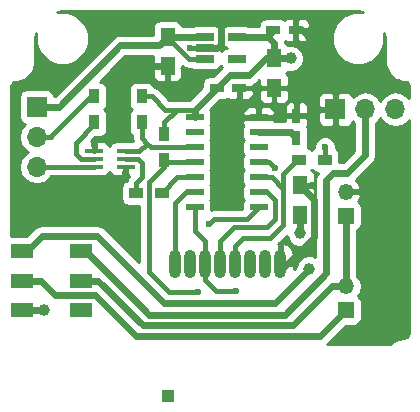
<source format=gtl>
G04 #@! TF.FileFunction,Copper,L1,Top,Signal*
%FSLAX46Y46*%
G04 Gerber Fmt 4.6, Leading zero omitted, Abs format (unit mm)*
G04 Created by KiCad (PCBNEW 4.0.4-stable) date Friday, October 13, 2017 'PMt' 10:51:30 PM*
%MOMM*%
%LPD*%
G01*
G04 APERTURE LIST*
%ADD10C,0.100000*%
%ADD11R,0.900000X1.200000*%
%ADD12R,1.200000X0.750000*%
%ADD13R,1.250000X1.500000*%
%ADD14R,1.350000X1.350000*%
%ADD15O,1.350000X1.350000*%
%ADD16R,1.700000X1.700000*%
%ADD17O,1.700000X1.700000*%
%ADD18R,1.200000X0.900000*%
%ADD19R,1.900000X1.200000*%
%ADD20R,1.500000X0.600000*%
%ADD21R,1.560000X0.650000*%
%ADD22R,0.750000X1.200000*%
%ADD23R,1.500000X0.400000*%
%ADD24O,1.000000X2.400000*%
%ADD25R,1.000000X1.000000*%
%ADD26C,0.600000*%
%ADD27C,1.000000*%
%ADD28C,0.400000*%
%ADD29C,0.600000*%
%ADD30C,0.250000*%
G04 APERTURE END LIST*
D10*
D11*
X83600000Y-71100000D03*
X83600000Y-73300000D03*
D12*
X88050000Y-67200000D03*
X89950000Y-67200000D03*
D13*
X95100000Y-77950000D03*
X95100000Y-75450000D03*
D14*
X99000000Y-86000000D03*
D15*
X99000000Y-84000000D03*
D14*
X99000000Y-78000000D03*
D15*
X99000000Y-76000000D03*
D16*
X98100000Y-69000000D03*
D17*
X100640000Y-69000000D03*
X103180000Y-69000000D03*
D11*
X77700000Y-70100000D03*
X77700000Y-67900000D03*
D18*
X81200000Y-76100000D03*
X83400000Y-76100000D03*
D11*
X81700000Y-67900000D03*
X81700000Y-70100000D03*
D19*
X71600000Y-81000000D03*
X71600000Y-86000000D03*
X76600000Y-83500000D03*
X71600000Y-83500000D03*
X76600000Y-81000000D03*
X76600000Y-86000000D03*
D20*
X86200000Y-69690000D03*
X86200000Y-70960000D03*
X86200000Y-72230000D03*
X86200000Y-73500000D03*
X86200000Y-74770000D03*
X86200000Y-76040000D03*
X86200000Y-77310000D03*
X91600000Y-77310000D03*
X91600000Y-76040000D03*
X91600000Y-74770000D03*
X91600000Y-73500000D03*
X91600000Y-72230000D03*
X91600000Y-70960000D03*
X91600000Y-69690000D03*
D21*
X87050000Y-62850000D03*
X87050000Y-63800000D03*
X87050000Y-64750000D03*
X89750000Y-64750000D03*
X89750000Y-62850000D03*
D22*
X94800000Y-71450000D03*
X94800000Y-69550000D03*
D13*
X83900000Y-62850000D03*
X83900000Y-65350000D03*
D12*
X92850000Y-62300000D03*
X94750000Y-62300000D03*
D13*
X92900000Y-64700000D03*
X92900000Y-67200000D03*
D16*
X72800000Y-68800000D03*
D17*
X72800000Y-71340000D03*
X72800000Y-73880000D03*
D23*
X80330000Y-73850000D03*
X80330000Y-73200000D03*
X80330000Y-72550000D03*
X77670000Y-72550000D03*
X77670000Y-73200000D03*
X77670000Y-73850000D03*
D24*
X88365000Y-82100000D03*
X89635000Y-82100000D03*
X87095000Y-82100000D03*
X90905000Y-82100000D03*
X92175000Y-82100000D03*
X85825000Y-82100000D03*
X93445000Y-82100000D03*
X84555000Y-82100000D03*
D25*
X83900000Y-93300000D03*
D18*
X97200000Y-73300000D03*
X95000000Y-73300000D03*
D26*
X97200000Y-72200000D03*
D27*
X94300000Y-64700000D03*
X95100000Y-79500000D03*
X97000000Y-66000000D03*
X96000000Y-63000000D03*
X80000000Y-62000000D03*
X82000000Y-62000000D03*
X80000000Y-65500000D03*
X82000000Y-65500000D03*
X73000000Y-78000000D03*
X79000000Y-78000000D03*
X77000000Y-78000000D03*
X77000000Y-76000000D03*
X79000000Y-76000000D03*
X103000000Y-85000000D03*
X103000000Y-82000000D03*
X103000000Y-79000000D03*
X103000000Y-76000000D03*
X102000000Y-71500000D03*
D26*
X85800000Y-63800000D03*
D27*
X88400000Y-61600000D03*
D26*
X96200000Y-75400000D03*
X80300000Y-74500000D03*
X77700000Y-71900000D03*
D27*
X73400000Y-86000000D03*
D26*
X87400000Y-78700000D03*
X89700000Y-84400000D03*
D27*
X95900000Y-82500000D03*
D26*
X93000000Y-74000000D03*
X86500000Y-84500000D03*
D28*
X97200000Y-73300000D02*
X97200000Y-72200000D01*
X81700000Y-67900000D02*
X82550000Y-67900000D01*
X82550000Y-67900000D02*
X83700000Y-69050000D01*
X83700000Y-69050000D02*
X84650000Y-69050000D01*
X83600000Y-71100000D02*
X83600000Y-70100000D01*
X83600000Y-70100000D02*
X84650000Y-69050000D01*
X84650000Y-69050000D02*
X86200000Y-69050000D01*
X81700000Y-67900000D02*
X81700000Y-68050000D01*
D29*
X86200000Y-69690000D02*
X86200000Y-69050000D01*
X86200000Y-69050000D02*
X88050000Y-67200000D01*
X92900000Y-64700000D02*
X92200000Y-64700000D01*
X89150000Y-66100000D02*
X88050000Y-67200000D01*
X92200000Y-64700000D02*
X90800000Y-66100000D01*
X90800000Y-66100000D02*
X89150000Y-66100000D01*
X94300000Y-64700000D02*
X92900000Y-64700000D01*
X95100000Y-77950000D02*
X95100000Y-79500000D01*
X92900000Y-64700000D02*
X92900000Y-63350000D01*
X92900000Y-63350000D02*
X92400000Y-62850000D01*
X92400000Y-62850000D02*
X92300000Y-62850000D01*
X89750000Y-62850000D02*
X92300000Y-62850000D01*
X92300000Y-62850000D02*
X92850000Y-62300000D01*
X94750000Y-62300000D02*
X95300000Y-62300000D01*
X95300000Y-62300000D02*
X96000000Y-63000000D01*
X82000000Y-62000000D02*
X80000000Y-62000000D01*
X83900000Y-65350000D02*
X82150000Y-65350000D01*
X82150000Y-65350000D02*
X82000000Y-65500000D01*
X77000000Y-78000000D02*
X73000000Y-78000000D01*
X77000000Y-76000000D02*
X77000000Y-78000000D01*
X80300000Y-74500000D02*
X80300000Y-74700000D01*
X80300000Y-74700000D02*
X79000000Y-76000000D01*
X103000000Y-79000000D02*
X103000000Y-82000000D01*
X102000000Y-71500000D02*
X102000000Y-75000000D01*
X102000000Y-75000000D02*
X103000000Y-76000000D01*
D28*
X87050000Y-63800000D02*
X85800000Y-63800000D01*
D29*
X87050000Y-63800000D02*
X88105002Y-63800000D01*
X88105002Y-63800000D02*
X88400000Y-63505002D01*
X88400000Y-63505002D02*
X88400000Y-61600000D01*
X95100000Y-75450000D02*
X96299990Y-76649990D01*
X96299990Y-76649990D02*
X96299990Y-79845010D01*
X96299990Y-79845010D02*
X93445000Y-82700000D01*
D28*
X95100000Y-75450000D02*
X96150000Y-75450000D01*
X96150000Y-75450000D02*
X96200000Y-75400000D01*
X80330000Y-73850000D02*
X80330000Y-74470000D01*
X80330000Y-74470000D02*
X80300000Y-74500000D01*
X77670000Y-72550000D02*
X77670000Y-71930000D01*
X77670000Y-71930000D02*
X77700000Y-71900000D01*
D29*
X83900000Y-62850000D02*
X83150000Y-63600000D01*
X83150000Y-63600000D02*
X79900000Y-63600000D01*
X79900000Y-63600000D02*
X74700000Y-68800000D01*
X74700000Y-68800000D02*
X72800000Y-68800000D01*
D28*
X87050000Y-64750000D02*
X85675000Y-64750000D01*
X85675000Y-64750000D02*
X83900000Y-62975000D01*
X83900000Y-62975000D02*
X83900000Y-62850000D01*
D29*
X87050000Y-62850000D02*
X85500000Y-62850000D01*
X85500000Y-62850000D02*
X83900000Y-62850000D01*
X71600000Y-86000000D02*
X73400000Y-86000000D01*
D28*
X77700000Y-67900000D02*
X77400000Y-67900000D01*
X77400000Y-67900000D02*
X74002081Y-71297919D01*
X74002081Y-71297919D02*
X74002081Y-71340000D01*
X74002081Y-71340000D02*
X72800000Y-71340000D01*
X77670000Y-73850000D02*
X72830000Y-73850000D01*
X72830000Y-73850000D02*
X72800000Y-73880000D01*
X91600000Y-77310000D02*
X91590000Y-77310000D01*
X91590000Y-77310000D02*
X90600000Y-78300000D01*
X90600000Y-78300000D02*
X87800000Y-78300000D01*
X87800000Y-78300000D02*
X87400000Y-78700000D01*
X89700000Y-84400000D02*
X88000000Y-84400000D01*
X88000000Y-84400000D02*
X87095000Y-83495000D01*
X87095000Y-83495000D02*
X87095000Y-82700000D01*
X86200000Y-77310000D02*
X86200000Y-79300000D01*
X86200000Y-79300000D02*
X87095000Y-80195000D01*
X87095000Y-80195000D02*
X87095000Y-82700000D01*
X89500000Y-79000000D02*
X88900000Y-79600000D01*
X88900000Y-79600000D02*
X88365000Y-80135000D01*
X91600000Y-76040000D02*
X92340000Y-76040000D01*
X92340000Y-76040000D02*
X93000000Y-76700000D01*
X93000000Y-76700000D02*
X93000000Y-78300000D01*
X93000000Y-78300000D02*
X92300000Y-79000000D01*
X92300000Y-79000000D02*
X89500000Y-79000000D01*
X88365000Y-80135000D02*
X88365000Y-82700000D01*
D29*
X99000000Y-86000000D02*
X96800000Y-88200000D01*
X96800000Y-88200000D02*
X81250002Y-88200000D01*
X77750002Y-84700000D02*
X74350000Y-84700000D01*
X81250002Y-88200000D02*
X77750002Y-84700000D01*
X73150000Y-83500000D02*
X71600000Y-83500000D01*
X74350000Y-84700000D02*
X73150000Y-83500000D01*
X76600000Y-83500000D02*
X78000000Y-83500000D01*
X78000000Y-83500000D02*
X81800000Y-87300000D01*
X81800000Y-87300000D02*
X94500000Y-87300000D01*
X94500000Y-87300000D02*
X97800000Y-84000000D01*
X97800000Y-84000000D02*
X99000000Y-84000000D01*
X99000000Y-78000000D02*
X99000000Y-84000000D01*
X76600000Y-81000000D02*
X76950000Y-81000000D01*
X76950000Y-81000000D02*
X82350000Y-86400000D01*
X82350000Y-86400000D02*
X93800000Y-86400000D01*
X93800000Y-86400000D02*
X97300000Y-82900000D01*
X97300000Y-82900000D02*
X97300000Y-75000000D01*
X97300000Y-75000000D02*
X97900000Y-74400000D01*
X97900000Y-74400000D02*
X99100000Y-74400000D01*
X99100000Y-74400000D02*
X100600000Y-72900000D01*
X100600000Y-72900000D02*
X100600000Y-69040000D01*
X100600000Y-69040000D02*
X100640000Y-69000000D01*
X71600000Y-81000000D02*
X71950000Y-81000000D01*
X71950000Y-81000000D02*
X73250000Y-79700000D01*
X73250000Y-79700000D02*
X77900000Y-79700000D01*
X77900000Y-79700000D02*
X83600000Y-85400000D01*
X83600000Y-85400000D02*
X93000000Y-85400000D01*
X93000000Y-85400000D02*
X95900000Y-82500000D01*
D28*
X76100000Y-72780000D02*
X76100000Y-71850000D01*
X76100000Y-71850000D02*
X77700000Y-70250000D01*
X77700000Y-70250000D02*
X77700000Y-70100000D01*
X77670000Y-73200000D02*
X76520000Y-73200000D01*
X76520000Y-73200000D02*
X76100000Y-72780000D01*
X86200000Y-72230000D02*
X82459998Y-72230000D01*
X82459998Y-72230000D02*
X82129998Y-71900000D01*
X82129998Y-71900000D02*
X81700000Y-71470002D01*
X80330000Y-72550000D02*
X81480000Y-72550000D01*
X81480000Y-72550000D02*
X82129998Y-71900002D01*
X82129998Y-71900002D02*
X82129998Y-71900000D01*
X81700000Y-71470002D02*
X81700000Y-71100000D01*
X81700000Y-71100000D02*
X81700000Y-70100000D01*
X80330000Y-73200000D02*
X81350002Y-73200000D01*
X81350002Y-73200000D02*
X81700000Y-73549998D01*
X81700000Y-73549998D02*
X81700000Y-74750000D01*
X81700000Y-74750000D02*
X81200000Y-75250000D01*
X81200000Y-75250000D02*
X81200000Y-76100000D01*
X83400000Y-76100000D02*
X84730000Y-74770000D01*
X84730000Y-74770000D02*
X86200000Y-74770000D01*
X91600000Y-73500000D02*
X92500000Y-73500000D01*
X92500000Y-73500000D02*
X93000000Y-74000000D01*
X95000000Y-73300000D02*
X94850000Y-73300000D01*
X94850000Y-73300000D02*
X93700009Y-74449991D01*
X93700009Y-74449991D02*
X93700009Y-75720009D01*
X91600000Y-74770000D02*
X92750000Y-74770000D01*
X92750000Y-74770000D02*
X93700009Y-75720009D01*
X92600000Y-79900000D02*
X90300000Y-79900000D01*
X93700009Y-75720009D02*
X93700009Y-78799991D01*
X93700009Y-78799991D02*
X92600000Y-79900000D01*
X90300000Y-79900000D02*
X89635000Y-80565000D01*
X89635000Y-80565000D02*
X89635000Y-82700000D01*
X86200000Y-76040000D02*
X85460000Y-76040000D01*
X85460000Y-76040000D02*
X84555000Y-76945000D01*
X84555000Y-76945000D02*
X84555000Y-77835000D01*
X84555000Y-77835000D02*
X84555000Y-82700000D01*
D29*
X91600000Y-70960000D02*
X94310000Y-70960000D01*
X94310000Y-70960000D02*
X94800000Y-71450000D01*
X94790000Y-71460000D02*
X94800000Y-71450000D01*
D28*
X86500000Y-84500000D02*
X84000000Y-84500000D01*
X84000000Y-84500000D02*
X82300000Y-82800000D01*
X82300000Y-82800000D02*
X82300000Y-75200000D01*
X82300000Y-75200000D02*
X83600000Y-73900000D01*
X83600000Y-73900000D02*
X83600000Y-73300000D01*
X86200000Y-73500000D02*
X83800000Y-73500000D01*
X83800000Y-73500000D02*
X83600000Y-73300000D01*
D30*
G36*
X102137017Y-70071880D02*
X102615542Y-70391619D01*
X103180000Y-70503897D01*
X103744458Y-70391619D01*
X104222983Y-70071880D01*
X104325000Y-69919200D01*
X104325000Y-87933520D01*
X104288044Y-88119312D01*
X104220459Y-88220459D01*
X104119311Y-88288044D01*
X103868315Y-88337970D01*
X103485632Y-88414090D01*
X103485631Y-88414090D01*
X103384844Y-88455837D01*
X103242308Y-88514877D01*
X103242307Y-88514878D01*
X102917883Y-88731651D01*
X102774533Y-88875000D01*
X97422756Y-88875000D01*
X97454074Y-88854074D01*
X98995904Y-87312244D01*
X99675000Y-87312244D01*
X99906611Y-87268663D01*
X100119332Y-87131781D01*
X100262038Y-86922924D01*
X100312244Y-86675000D01*
X100312244Y-85325000D01*
X100268663Y-85093389D01*
X100131781Y-84880668D01*
X100021039Y-84805001D01*
X100226512Y-84497488D01*
X100325469Y-84000000D01*
X100226512Y-83502512D01*
X99944708Y-83080761D01*
X99925000Y-83067593D01*
X99925000Y-79256830D01*
X100119332Y-79131781D01*
X100262038Y-78922924D01*
X100312244Y-78675000D01*
X100312244Y-77325000D01*
X100268663Y-77093389D01*
X100131781Y-76880668D01*
X100002071Y-76792041D01*
X100120330Y-76659460D01*
X100258491Y-76325883D01*
X100136899Y-76125000D01*
X99125000Y-76125000D01*
X99125000Y-76145000D01*
X98875000Y-76145000D01*
X98875000Y-76125000D01*
X98855000Y-76125000D01*
X98855000Y-75875000D01*
X98875000Y-75875000D01*
X98875000Y-75855000D01*
X99125000Y-75855000D01*
X99125000Y-75875000D01*
X100136899Y-75875000D01*
X100258491Y-75674117D01*
X100120330Y-75340540D01*
X99812602Y-74995546D01*
X101254074Y-73554074D01*
X101454589Y-73253983D01*
X101525000Y-72900000D01*
X101525000Y-70177440D01*
X101682983Y-70071880D01*
X101910000Y-69732124D01*
X102137017Y-70071880D01*
X102137017Y-70071880D01*
G37*
X102137017Y-70071880D02*
X102615542Y-70391619D01*
X103180000Y-70503897D01*
X103744458Y-70391619D01*
X104222983Y-70071880D01*
X104325000Y-69919200D01*
X104325000Y-87933520D01*
X104288044Y-88119312D01*
X104220459Y-88220459D01*
X104119311Y-88288044D01*
X103868315Y-88337970D01*
X103485632Y-88414090D01*
X103485631Y-88414090D01*
X103384844Y-88455837D01*
X103242308Y-88514877D01*
X103242307Y-88514878D01*
X102917883Y-88731651D01*
X102774533Y-88875000D01*
X97422756Y-88875000D01*
X97454074Y-88854074D01*
X98995904Y-87312244D01*
X99675000Y-87312244D01*
X99906611Y-87268663D01*
X100119332Y-87131781D01*
X100262038Y-86922924D01*
X100312244Y-86675000D01*
X100312244Y-85325000D01*
X100268663Y-85093389D01*
X100131781Y-84880668D01*
X100021039Y-84805001D01*
X100226512Y-84497488D01*
X100325469Y-84000000D01*
X100226512Y-83502512D01*
X99944708Y-83080761D01*
X99925000Y-83067593D01*
X99925000Y-79256830D01*
X100119332Y-79131781D01*
X100262038Y-78922924D01*
X100312244Y-78675000D01*
X100312244Y-77325000D01*
X100268663Y-77093389D01*
X100131781Y-76880668D01*
X100002071Y-76792041D01*
X100120330Y-76659460D01*
X100258491Y-76325883D01*
X100136899Y-76125000D01*
X99125000Y-76125000D01*
X99125000Y-76145000D01*
X98875000Y-76145000D01*
X98875000Y-76125000D01*
X98855000Y-76125000D01*
X98855000Y-75875000D01*
X98875000Y-75875000D01*
X98875000Y-75855000D01*
X99125000Y-75855000D01*
X99125000Y-75875000D01*
X100136899Y-75875000D01*
X100258491Y-75674117D01*
X100120330Y-75340540D01*
X99812602Y-74995546D01*
X101254074Y-73554074D01*
X101454589Y-73253983D01*
X101525000Y-72900000D01*
X101525000Y-70177440D01*
X101682983Y-70071880D01*
X101910000Y-69732124D01*
X102137017Y-70071880D01*
G36*
X96143219Y-74194332D02*
X96352076Y-74337038D01*
X96600000Y-74387244D01*
X96618318Y-74387244D01*
X96445411Y-74646017D01*
X96388071Y-74934286D01*
X96375000Y-75000000D01*
X96375000Y-81479106D01*
X96124758Y-81375196D01*
X95677205Y-81374805D01*
X95263571Y-81545715D01*
X94946828Y-81861907D01*
X94775196Y-82275242D01*
X94775160Y-82316692D01*
X94570000Y-82521852D01*
X94570000Y-82225000D01*
X93570000Y-82225000D01*
X93570000Y-82245000D01*
X93320000Y-82245000D01*
X93320000Y-82225000D01*
X93300000Y-82225000D01*
X93300000Y-81975000D01*
X93320000Y-81975000D01*
X93320000Y-80439348D01*
X93570000Y-80439348D01*
X93570000Y-81975000D01*
X94570000Y-81975000D01*
X94570000Y-81275000D01*
X94436529Y-80853996D01*
X94152107Y-80516116D01*
X93743360Y-80315285D01*
X93570000Y-80439348D01*
X93320000Y-80439348D01*
X93266013Y-80400713D01*
X93974832Y-79691894D01*
X93974805Y-79722795D01*
X94145715Y-80136429D01*
X94461907Y-80453172D01*
X94875242Y-80624804D01*
X95322795Y-80625195D01*
X95736429Y-80454285D01*
X96053172Y-80138093D01*
X96224804Y-79724758D01*
X96225195Y-79277205D01*
X96173136Y-79151213D01*
X96312038Y-78947924D01*
X96362244Y-78700000D01*
X96362244Y-77200000D01*
X96318663Y-76968389D01*
X96181781Y-76755668D01*
X96105402Y-76703481D01*
X96254850Y-76554034D01*
X96350000Y-76324320D01*
X96350000Y-75731250D01*
X96193750Y-75575000D01*
X95225000Y-75575000D01*
X95225000Y-75595000D01*
X94975000Y-75595000D01*
X94975000Y-75575000D01*
X94955000Y-75575000D01*
X94955000Y-75325000D01*
X94975000Y-75325000D01*
X94975000Y-75305000D01*
X95225000Y-75305000D01*
X95225000Y-75325000D01*
X96193750Y-75325000D01*
X96350000Y-75168750D01*
X96350000Y-74575680D01*
X96254850Y-74345966D01*
X96079034Y-74170151D01*
X96071494Y-74167028D01*
X96099384Y-74126210D01*
X96143219Y-74194332D01*
X96143219Y-74194332D01*
G37*
X96143219Y-74194332D02*
X96352076Y-74337038D01*
X96600000Y-74387244D01*
X96618318Y-74387244D01*
X96445411Y-74646017D01*
X96388071Y-74934286D01*
X96375000Y-75000000D01*
X96375000Y-81479106D01*
X96124758Y-81375196D01*
X95677205Y-81374805D01*
X95263571Y-81545715D01*
X94946828Y-81861907D01*
X94775196Y-82275242D01*
X94775160Y-82316692D01*
X94570000Y-82521852D01*
X94570000Y-82225000D01*
X93570000Y-82225000D01*
X93570000Y-82245000D01*
X93320000Y-82245000D01*
X93320000Y-82225000D01*
X93300000Y-82225000D01*
X93300000Y-81975000D01*
X93320000Y-81975000D01*
X93320000Y-80439348D01*
X93570000Y-80439348D01*
X93570000Y-81975000D01*
X94570000Y-81975000D01*
X94570000Y-81275000D01*
X94436529Y-80853996D01*
X94152107Y-80516116D01*
X93743360Y-80315285D01*
X93570000Y-80439348D01*
X93320000Y-80439348D01*
X93266013Y-80400713D01*
X93974832Y-79691894D01*
X93974805Y-79722795D01*
X94145715Y-80136429D01*
X94461907Y-80453172D01*
X94875242Y-80624804D01*
X95322795Y-80625195D01*
X95736429Y-80454285D01*
X96053172Y-80138093D01*
X96224804Y-79724758D01*
X96225195Y-79277205D01*
X96173136Y-79151213D01*
X96312038Y-78947924D01*
X96362244Y-78700000D01*
X96362244Y-77200000D01*
X96318663Y-76968389D01*
X96181781Y-76755668D01*
X96105402Y-76703481D01*
X96254850Y-76554034D01*
X96350000Y-76324320D01*
X96350000Y-75731250D01*
X96193750Y-75575000D01*
X95225000Y-75575000D01*
X95225000Y-75595000D01*
X94975000Y-75595000D01*
X94975000Y-75575000D01*
X94955000Y-75575000D01*
X94955000Y-75325000D01*
X94975000Y-75325000D01*
X94975000Y-75305000D01*
X95225000Y-75305000D01*
X95225000Y-75325000D01*
X96193750Y-75325000D01*
X96350000Y-75168750D01*
X96350000Y-74575680D01*
X96254850Y-74345966D01*
X96079034Y-74170151D01*
X96071494Y-74167028D01*
X96099384Y-74126210D01*
X96143219Y-74194332D01*
G36*
X100438172Y-60775381D02*
X99559362Y-60774615D01*
X98741285Y-61112637D01*
X98114837Y-61737993D01*
X97775387Y-62555479D01*
X97774615Y-63440638D01*
X98112637Y-64258715D01*
X98737993Y-64885163D01*
X99555479Y-65224613D01*
X100440638Y-65225385D01*
X101258715Y-64887363D01*
X101885163Y-64262007D01*
X102224613Y-63444521D01*
X102225380Y-62565655D01*
X102325000Y-63066481D01*
X102325000Y-65000000D01*
X102337970Y-65065205D01*
X102337970Y-65131685D01*
X102414090Y-65514368D01*
X102414090Y-65514369D01*
X102428381Y-65548871D01*
X102514877Y-65757692D01*
X102514878Y-65757693D01*
X102731649Y-66082113D01*
X102731651Y-66082118D01*
X102917883Y-66268349D01*
X103242307Y-66485122D01*
X103242308Y-66485123D01*
X103384844Y-66544163D01*
X103485631Y-66585910D01*
X103485632Y-66585910D01*
X103868315Y-66662030D01*
X104119311Y-66711956D01*
X104220459Y-66779541D01*
X104288044Y-66880688D01*
X104325000Y-67066480D01*
X104325000Y-68080800D01*
X104222983Y-67928120D01*
X103744458Y-67608381D01*
X103180000Y-67496103D01*
X102615542Y-67608381D01*
X102137017Y-67928120D01*
X101910000Y-68267876D01*
X101682983Y-67928120D01*
X101204458Y-67608381D01*
X100640000Y-67496103D01*
X100075542Y-67608381D01*
X99597017Y-67928120D01*
X99558479Y-67985796D01*
X99479850Y-67795966D01*
X99304034Y-67620151D01*
X99074320Y-67525000D01*
X98381250Y-67525000D01*
X98225000Y-67681250D01*
X98225000Y-68875000D01*
X98245000Y-68875000D01*
X98245000Y-69125000D01*
X98225000Y-69125000D01*
X98225000Y-70318750D01*
X98381250Y-70475000D01*
X99074320Y-70475000D01*
X99304034Y-70379849D01*
X99479850Y-70204034D01*
X99558479Y-70014204D01*
X99597017Y-70071880D01*
X99675000Y-70123986D01*
X99675000Y-72516852D01*
X98716852Y-73475000D01*
X98437244Y-73475000D01*
X98437244Y-72850000D01*
X98393663Y-72618389D01*
X98256781Y-72405668D01*
X98124899Y-72315557D01*
X98125160Y-72016813D01*
X97984634Y-71676714D01*
X97724655Y-71416280D01*
X97384801Y-71275161D01*
X97016813Y-71274840D01*
X96676714Y-71415366D01*
X96416280Y-71675345D01*
X96275161Y-72015199D01*
X96274898Y-72316497D01*
X96155668Y-72393219D01*
X96100616Y-72473790D01*
X96056781Y-72405668D01*
X95847924Y-72262962D01*
X95772222Y-72247632D01*
X95812244Y-72050000D01*
X95812244Y-70850000D01*
X95768663Y-70618389D01*
X95698904Y-70509980D01*
X95704850Y-70504034D01*
X95800000Y-70274320D01*
X95800000Y-69831250D01*
X95643750Y-69675000D01*
X94925000Y-69675000D01*
X94925000Y-69695000D01*
X94675000Y-69695000D01*
X94675000Y-69675000D01*
X93956250Y-69675000D01*
X93800000Y-69831250D01*
X93800000Y-70035000D01*
X92975000Y-70035000D01*
X92975000Y-69971250D01*
X92818750Y-69815000D01*
X91725000Y-69815000D01*
X91725000Y-69835000D01*
X91475000Y-69835000D01*
X91475000Y-69815000D01*
X90381250Y-69815000D01*
X90225000Y-69971250D01*
X90225000Y-70114320D01*
X90316113Y-70334286D01*
X90262962Y-70412076D01*
X90212756Y-70660000D01*
X90212756Y-71260000D01*
X90256337Y-71491611D01*
X90322668Y-71594693D01*
X90262962Y-71682076D01*
X90212756Y-71930000D01*
X90212756Y-72530000D01*
X90256337Y-72761611D01*
X90322668Y-72864693D01*
X90262962Y-72952076D01*
X90212756Y-73200000D01*
X90212756Y-73800000D01*
X90256337Y-74031611D01*
X90322668Y-74134693D01*
X90262962Y-74222076D01*
X90212756Y-74470000D01*
X90212756Y-75070000D01*
X90256337Y-75301611D01*
X90322668Y-75404693D01*
X90262962Y-75492076D01*
X90212756Y-75740000D01*
X90212756Y-76340000D01*
X90256337Y-76571611D01*
X90322668Y-76674693D01*
X90262962Y-76762076D01*
X90212756Y-77010000D01*
X90212756Y-77475000D01*
X87800000Y-77475000D01*
X87587244Y-77517320D01*
X87587244Y-77010000D01*
X87543663Y-76778389D01*
X87477332Y-76675307D01*
X87537038Y-76587924D01*
X87587244Y-76340000D01*
X87587244Y-75740000D01*
X87543663Y-75508389D01*
X87477332Y-75405307D01*
X87537038Y-75317924D01*
X87587244Y-75070000D01*
X87587244Y-74470000D01*
X87543663Y-74238389D01*
X87477332Y-74135307D01*
X87537038Y-74047924D01*
X87587244Y-73800000D01*
X87587244Y-73200000D01*
X87543663Y-72968389D01*
X87477332Y-72865307D01*
X87537038Y-72777924D01*
X87587244Y-72530000D01*
X87587244Y-71930000D01*
X87543663Y-71698389D01*
X87477332Y-71595307D01*
X87537038Y-71507924D01*
X87587244Y-71260000D01*
X87587244Y-70660000D01*
X87543663Y-70428389D01*
X87477332Y-70325307D01*
X87537038Y-70237924D01*
X87587244Y-69990000D01*
X87587244Y-69390000D01*
X87563852Y-69265680D01*
X90225000Y-69265680D01*
X90225000Y-69408750D01*
X90381250Y-69565000D01*
X91475000Y-69565000D01*
X91475000Y-68921250D01*
X91725000Y-68921250D01*
X91725000Y-69565000D01*
X92818750Y-69565000D01*
X92975000Y-69408750D01*
X92975000Y-69265680D01*
X92879849Y-69035966D01*
X92704034Y-68860150D01*
X92620816Y-68825680D01*
X93800000Y-68825680D01*
X93800000Y-69268750D01*
X93956250Y-69425000D01*
X94675000Y-69425000D01*
X94675000Y-68481250D01*
X94925000Y-68481250D01*
X94925000Y-69425000D01*
X95643750Y-69425000D01*
X95787500Y-69281250D01*
X96625000Y-69281250D01*
X96625000Y-69974320D01*
X96720150Y-70204034D01*
X96895966Y-70379849D01*
X97125680Y-70475000D01*
X97818750Y-70475000D01*
X97975000Y-70318750D01*
X97975000Y-69125000D01*
X96781250Y-69125000D01*
X96625000Y-69281250D01*
X95787500Y-69281250D01*
X95800000Y-69268750D01*
X95800000Y-68825680D01*
X95704850Y-68595966D01*
X95529034Y-68420151D01*
X95299320Y-68325000D01*
X95081250Y-68325000D01*
X94925000Y-68481250D01*
X94675000Y-68481250D01*
X94518750Y-68325000D01*
X94300680Y-68325000D01*
X94070966Y-68420151D01*
X93895150Y-68595966D01*
X93800000Y-68825680D01*
X92620816Y-68825680D01*
X92474320Y-68765000D01*
X91881250Y-68765000D01*
X91725000Y-68921250D01*
X91475000Y-68921250D01*
X91318750Y-68765000D01*
X90725680Y-68765000D01*
X90495966Y-68860150D01*
X90320151Y-69035966D01*
X90225000Y-69265680D01*
X87563852Y-69265680D01*
X87543663Y-69158389D01*
X87487319Y-69070829D01*
X88345904Y-68212244D01*
X88650000Y-68212244D01*
X88881611Y-68168663D01*
X88990020Y-68098904D01*
X88995966Y-68104850D01*
X89225680Y-68200000D01*
X89668750Y-68200000D01*
X89825000Y-68043750D01*
X89825000Y-67325000D01*
X90075000Y-67325000D01*
X90075000Y-68043750D01*
X90231250Y-68200000D01*
X90674320Y-68200000D01*
X90904034Y-68104850D01*
X91079849Y-67929034D01*
X91175000Y-67699320D01*
X91175000Y-67481250D01*
X91650000Y-67481250D01*
X91650000Y-68074320D01*
X91745150Y-68304034D01*
X91920966Y-68479849D01*
X92150680Y-68575000D01*
X92618750Y-68575000D01*
X92775000Y-68418750D01*
X92775000Y-67325000D01*
X93025000Y-67325000D01*
X93025000Y-68418750D01*
X93181250Y-68575000D01*
X93649320Y-68575000D01*
X93879034Y-68479849D01*
X94054850Y-68304034D01*
X94150000Y-68074320D01*
X94150000Y-68025680D01*
X96625000Y-68025680D01*
X96625000Y-68718750D01*
X96781250Y-68875000D01*
X97975000Y-68875000D01*
X97975000Y-67681250D01*
X97818750Y-67525000D01*
X97125680Y-67525000D01*
X96895966Y-67620151D01*
X96720150Y-67795966D01*
X96625000Y-68025680D01*
X94150000Y-68025680D01*
X94150000Y-67481250D01*
X93993750Y-67325000D01*
X93025000Y-67325000D01*
X92775000Y-67325000D01*
X91806250Y-67325000D01*
X91650000Y-67481250D01*
X91175000Y-67481250D01*
X91018750Y-67325000D01*
X90075000Y-67325000D01*
X89825000Y-67325000D01*
X89805000Y-67325000D01*
X89805000Y-67075000D01*
X89825000Y-67075000D01*
X89825000Y-67055000D01*
X90075000Y-67055000D01*
X90075000Y-67075000D01*
X91018750Y-67075000D01*
X91135481Y-66958269D01*
X91153983Y-66954589D01*
X91454074Y-66754074D01*
X91650000Y-66558148D01*
X91650000Y-66918750D01*
X91806250Y-67075000D01*
X92775000Y-67075000D01*
X92775000Y-67055000D01*
X93025000Y-67055000D01*
X93025000Y-67075000D01*
X93993750Y-67075000D01*
X94150000Y-66918750D01*
X94150000Y-66325680D01*
X94054850Y-66095966D01*
X93906254Y-65947371D01*
X93969332Y-65906781D01*
X94036373Y-65808664D01*
X94075242Y-65824804D01*
X94522795Y-65825195D01*
X94936429Y-65654285D01*
X95253172Y-65338093D01*
X95424804Y-64924758D01*
X95425195Y-64477205D01*
X95254285Y-64063571D01*
X94938093Y-63746828D01*
X94524758Y-63575196D01*
X94077205Y-63574805D01*
X94036968Y-63591431D01*
X93981781Y-63505668D01*
X93825000Y-63398544D01*
X93825000Y-63350000D01*
X93796143Y-63204923D01*
X94025680Y-63300000D01*
X94468750Y-63300000D01*
X94625000Y-63143750D01*
X94625000Y-62425000D01*
X94875000Y-62425000D01*
X94875000Y-63143750D01*
X95031250Y-63300000D01*
X95474320Y-63300000D01*
X95704034Y-63204850D01*
X95879849Y-63029034D01*
X95975000Y-62799320D01*
X95975000Y-62581250D01*
X95818750Y-62425000D01*
X94875000Y-62425000D01*
X94625000Y-62425000D01*
X94605000Y-62425000D01*
X94605000Y-62175000D01*
X94625000Y-62175000D01*
X94625000Y-61456250D01*
X94875000Y-61456250D01*
X94875000Y-62175000D01*
X95818750Y-62175000D01*
X95975000Y-62018750D01*
X95975000Y-61800680D01*
X95879849Y-61570966D01*
X95704034Y-61395150D01*
X95474320Y-61300000D01*
X95031250Y-61300000D01*
X94875000Y-61456250D01*
X94625000Y-61456250D01*
X94468750Y-61300000D01*
X94025680Y-61300000D01*
X93795966Y-61395150D01*
X93790143Y-61400973D01*
X93697924Y-61337962D01*
X93450000Y-61287756D01*
X92250000Y-61287756D01*
X92018389Y-61331337D01*
X91805668Y-61468219D01*
X91662962Y-61677076D01*
X91612756Y-61925000D01*
X90713916Y-61925000D01*
X90530000Y-61887756D01*
X88970000Y-61887756D01*
X88738389Y-61931337D01*
X88525668Y-62068219D01*
X88398517Y-62254311D01*
X88286781Y-62080668D01*
X88077924Y-61937962D01*
X87830000Y-61887756D01*
X86270000Y-61887756D01*
X86072067Y-61925000D01*
X85129315Y-61925000D01*
X85118663Y-61868389D01*
X84981781Y-61655668D01*
X84772924Y-61512962D01*
X84525000Y-61462756D01*
X83275000Y-61462756D01*
X83043389Y-61506337D01*
X82830668Y-61643219D01*
X82687962Y-61852076D01*
X82637756Y-62100000D01*
X82637756Y-62675000D01*
X79900005Y-62675000D01*
X79900000Y-62674999D01*
X79564730Y-62741689D01*
X79546018Y-62745411D01*
X79245926Y-62945926D01*
X79245924Y-62945929D01*
X74316852Y-67875000D01*
X74273132Y-67875000D01*
X74243663Y-67718389D01*
X74106781Y-67505668D01*
X73897924Y-67362962D01*
X73650000Y-67312756D01*
X71950000Y-67312756D01*
X71718389Y-67356337D01*
X71505668Y-67493219D01*
X71362962Y-67702076D01*
X71312756Y-67950000D01*
X71312756Y-69650000D01*
X71356337Y-69881611D01*
X71493219Y-70094332D01*
X71702076Y-70237038D01*
X71790950Y-70255035D01*
X71728120Y-70297017D01*
X71408381Y-70775542D01*
X71296103Y-71340000D01*
X71408381Y-71904458D01*
X71728120Y-72382983D01*
X72067876Y-72610000D01*
X71728120Y-72837017D01*
X71408381Y-73315542D01*
X71296103Y-73880000D01*
X71408381Y-74444458D01*
X71728120Y-74922983D01*
X72206645Y-75242722D01*
X72771103Y-75355000D01*
X72828897Y-75355000D01*
X73393355Y-75242722D01*
X73871880Y-74922983D01*
X74037576Y-74675000D01*
X76859537Y-74675000D01*
X76920000Y-74687244D01*
X78420000Y-74687244D01*
X78651611Y-74643663D01*
X78864332Y-74506781D01*
X79006515Y-74298689D01*
X79050151Y-74404034D01*
X79225966Y-74579850D01*
X79455680Y-74675000D01*
X80048750Y-74675000D01*
X80205000Y-74518750D01*
X80205000Y-74037244D01*
X80455000Y-74037244D01*
X80455000Y-74518750D01*
X80611130Y-74674880D01*
X80437799Y-74934286D01*
X80415277Y-75047514D01*
X80368389Y-75056337D01*
X80155668Y-75193219D01*
X80012962Y-75402076D01*
X79962756Y-75650000D01*
X79962756Y-76550000D01*
X80006337Y-76781611D01*
X80143219Y-76994332D01*
X80352076Y-77137038D01*
X80600000Y-77187244D01*
X81475000Y-77187244D01*
X81475000Y-81966852D01*
X78554074Y-79045926D01*
X78253983Y-78845411D01*
X77900000Y-78775000D01*
X73250005Y-78775000D01*
X73250000Y-78774999D01*
X72896018Y-78845411D01*
X72595926Y-79045926D01*
X71879096Y-79762756D01*
X70675000Y-79762756D01*
X70675000Y-67066480D01*
X70711956Y-66880689D01*
X70779541Y-66779541D01*
X70880688Y-66711956D01*
X71131685Y-66662030D01*
X71514368Y-66585910D01*
X71514369Y-66585910D01*
X71615156Y-66544163D01*
X71757692Y-66485123D01*
X71757693Y-66485122D01*
X72082113Y-66268351D01*
X72082118Y-66268349D01*
X72268349Y-66082117D01*
X72485122Y-65757693D01*
X72485123Y-65757692D01*
X72571619Y-65548871D01*
X72585910Y-65514369D01*
X72585910Y-65514368D01*
X72662030Y-65131685D01*
X72662030Y-65065205D01*
X72675000Y-65000000D01*
X72675000Y-63066481D01*
X72775381Y-62561828D01*
X72774615Y-63440638D01*
X73112637Y-64258715D01*
X73737993Y-64885163D01*
X74555479Y-65224613D01*
X75440638Y-65225385D01*
X76258715Y-64887363D01*
X76885163Y-64262007D01*
X77224613Y-63444521D01*
X77225385Y-62559362D01*
X76887363Y-61741285D01*
X76262007Y-61114837D01*
X75444521Y-60775387D01*
X74565655Y-60774620D01*
X75066481Y-60675000D01*
X99933519Y-60675000D01*
X100438172Y-60775381D01*
X100438172Y-60775381D01*
G37*
X100438172Y-60775381D02*
X99559362Y-60774615D01*
X98741285Y-61112637D01*
X98114837Y-61737993D01*
X97775387Y-62555479D01*
X97774615Y-63440638D01*
X98112637Y-64258715D01*
X98737993Y-64885163D01*
X99555479Y-65224613D01*
X100440638Y-65225385D01*
X101258715Y-64887363D01*
X101885163Y-64262007D01*
X102224613Y-63444521D01*
X102225380Y-62565655D01*
X102325000Y-63066481D01*
X102325000Y-65000000D01*
X102337970Y-65065205D01*
X102337970Y-65131685D01*
X102414090Y-65514368D01*
X102414090Y-65514369D01*
X102428381Y-65548871D01*
X102514877Y-65757692D01*
X102514878Y-65757693D01*
X102731649Y-66082113D01*
X102731651Y-66082118D01*
X102917883Y-66268349D01*
X103242307Y-66485122D01*
X103242308Y-66485123D01*
X103384844Y-66544163D01*
X103485631Y-66585910D01*
X103485632Y-66585910D01*
X103868315Y-66662030D01*
X104119311Y-66711956D01*
X104220459Y-66779541D01*
X104288044Y-66880688D01*
X104325000Y-67066480D01*
X104325000Y-68080800D01*
X104222983Y-67928120D01*
X103744458Y-67608381D01*
X103180000Y-67496103D01*
X102615542Y-67608381D01*
X102137017Y-67928120D01*
X101910000Y-68267876D01*
X101682983Y-67928120D01*
X101204458Y-67608381D01*
X100640000Y-67496103D01*
X100075542Y-67608381D01*
X99597017Y-67928120D01*
X99558479Y-67985796D01*
X99479850Y-67795966D01*
X99304034Y-67620151D01*
X99074320Y-67525000D01*
X98381250Y-67525000D01*
X98225000Y-67681250D01*
X98225000Y-68875000D01*
X98245000Y-68875000D01*
X98245000Y-69125000D01*
X98225000Y-69125000D01*
X98225000Y-70318750D01*
X98381250Y-70475000D01*
X99074320Y-70475000D01*
X99304034Y-70379849D01*
X99479850Y-70204034D01*
X99558479Y-70014204D01*
X99597017Y-70071880D01*
X99675000Y-70123986D01*
X99675000Y-72516852D01*
X98716852Y-73475000D01*
X98437244Y-73475000D01*
X98437244Y-72850000D01*
X98393663Y-72618389D01*
X98256781Y-72405668D01*
X98124899Y-72315557D01*
X98125160Y-72016813D01*
X97984634Y-71676714D01*
X97724655Y-71416280D01*
X97384801Y-71275161D01*
X97016813Y-71274840D01*
X96676714Y-71415366D01*
X96416280Y-71675345D01*
X96275161Y-72015199D01*
X96274898Y-72316497D01*
X96155668Y-72393219D01*
X96100616Y-72473790D01*
X96056781Y-72405668D01*
X95847924Y-72262962D01*
X95772222Y-72247632D01*
X95812244Y-72050000D01*
X95812244Y-70850000D01*
X95768663Y-70618389D01*
X95698904Y-70509980D01*
X95704850Y-70504034D01*
X95800000Y-70274320D01*
X95800000Y-69831250D01*
X95643750Y-69675000D01*
X94925000Y-69675000D01*
X94925000Y-69695000D01*
X94675000Y-69695000D01*
X94675000Y-69675000D01*
X93956250Y-69675000D01*
X93800000Y-69831250D01*
X93800000Y-70035000D01*
X92975000Y-70035000D01*
X92975000Y-69971250D01*
X92818750Y-69815000D01*
X91725000Y-69815000D01*
X91725000Y-69835000D01*
X91475000Y-69835000D01*
X91475000Y-69815000D01*
X90381250Y-69815000D01*
X90225000Y-69971250D01*
X90225000Y-70114320D01*
X90316113Y-70334286D01*
X90262962Y-70412076D01*
X90212756Y-70660000D01*
X90212756Y-71260000D01*
X90256337Y-71491611D01*
X90322668Y-71594693D01*
X90262962Y-71682076D01*
X90212756Y-71930000D01*
X90212756Y-72530000D01*
X90256337Y-72761611D01*
X90322668Y-72864693D01*
X90262962Y-72952076D01*
X90212756Y-73200000D01*
X90212756Y-73800000D01*
X90256337Y-74031611D01*
X90322668Y-74134693D01*
X90262962Y-74222076D01*
X90212756Y-74470000D01*
X90212756Y-75070000D01*
X90256337Y-75301611D01*
X90322668Y-75404693D01*
X90262962Y-75492076D01*
X90212756Y-75740000D01*
X90212756Y-76340000D01*
X90256337Y-76571611D01*
X90322668Y-76674693D01*
X90262962Y-76762076D01*
X90212756Y-77010000D01*
X90212756Y-77475000D01*
X87800000Y-77475000D01*
X87587244Y-77517320D01*
X87587244Y-77010000D01*
X87543663Y-76778389D01*
X87477332Y-76675307D01*
X87537038Y-76587924D01*
X87587244Y-76340000D01*
X87587244Y-75740000D01*
X87543663Y-75508389D01*
X87477332Y-75405307D01*
X87537038Y-75317924D01*
X87587244Y-75070000D01*
X87587244Y-74470000D01*
X87543663Y-74238389D01*
X87477332Y-74135307D01*
X87537038Y-74047924D01*
X87587244Y-73800000D01*
X87587244Y-73200000D01*
X87543663Y-72968389D01*
X87477332Y-72865307D01*
X87537038Y-72777924D01*
X87587244Y-72530000D01*
X87587244Y-71930000D01*
X87543663Y-71698389D01*
X87477332Y-71595307D01*
X87537038Y-71507924D01*
X87587244Y-71260000D01*
X87587244Y-70660000D01*
X87543663Y-70428389D01*
X87477332Y-70325307D01*
X87537038Y-70237924D01*
X87587244Y-69990000D01*
X87587244Y-69390000D01*
X87563852Y-69265680D01*
X90225000Y-69265680D01*
X90225000Y-69408750D01*
X90381250Y-69565000D01*
X91475000Y-69565000D01*
X91475000Y-68921250D01*
X91725000Y-68921250D01*
X91725000Y-69565000D01*
X92818750Y-69565000D01*
X92975000Y-69408750D01*
X92975000Y-69265680D01*
X92879849Y-69035966D01*
X92704034Y-68860150D01*
X92620816Y-68825680D01*
X93800000Y-68825680D01*
X93800000Y-69268750D01*
X93956250Y-69425000D01*
X94675000Y-69425000D01*
X94675000Y-68481250D01*
X94925000Y-68481250D01*
X94925000Y-69425000D01*
X95643750Y-69425000D01*
X95787500Y-69281250D01*
X96625000Y-69281250D01*
X96625000Y-69974320D01*
X96720150Y-70204034D01*
X96895966Y-70379849D01*
X97125680Y-70475000D01*
X97818750Y-70475000D01*
X97975000Y-70318750D01*
X97975000Y-69125000D01*
X96781250Y-69125000D01*
X96625000Y-69281250D01*
X95787500Y-69281250D01*
X95800000Y-69268750D01*
X95800000Y-68825680D01*
X95704850Y-68595966D01*
X95529034Y-68420151D01*
X95299320Y-68325000D01*
X95081250Y-68325000D01*
X94925000Y-68481250D01*
X94675000Y-68481250D01*
X94518750Y-68325000D01*
X94300680Y-68325000D01*
X94070966Y-68420151D01*
X93895150Y-68595966D01*
X93800000Y-68825680D01*
X92620816Y-68825680D01*
X92474320Y-68765000D01*
X91881250Y-68765000D01*
X91725000Y-68921250D01*
X91475000Y-68921250D01*
X91318750Y-68765000D01*
X90725680Y-68765000D01*
X90495966Y-68860150D01*
X90320151Y-69035966D01*
X90225000Y-69265680D01*
X87563852Y-69265680D01*
X87543663Y-69158389D01*
X87487319Y-69070829D01*
X88345904Y-68212244D01*
X88650000Y-68212244D01*
X88881611Y-68168663D01*
X88990020Y-68098904D01*
X88995966Y-68104850D01*
X89225680Y-68200000D01*
X89668750Y-68200000D01*
X89825000Y-68043750D01*
X89825000Y-67325000D01*
X90075000Y-67325000D01*
X90075000Y-68043750D01*
X90231250Y-68200000D01*
X90674320Y-68200000D01*
X90904034Y-68104850D01*
X91079849Y-67929034D01*
X91175000Y-67699320D01*
X91175000Y-67481250D01*
X91650000Y-67481250D01*
X91650000Y-68074320D01*
X91745150Y-68304034D01*
X91920966Y-68479849D01*
X92150680Y-68575000D01*
X92618750Y-68575000D01*
X92775000Y-68418750D01*
X92775000Y-67325000D01*
X93025000Y-67325000D01*
X93025000Y-68418750D01*
X93181250Y-68575000D01*
X93649320Y-68575000D01*
X93879034Y-68479849D01*
X94054850Y-68304034D01*
X94150000Y-68074320D01*
X94150000Y-68025680D01*
X96625000Y-68025680D01*
X96625000Y-68718750D01*
X96781250Y-68875000D01*
X97975000Y-68875000D01*
X97975000Y-67681250D01*
X97818750Y-67525000D01*
X97125680Y-67525000D01*
X96895966Y-67620151D01*
X96720150Y-67795966D01*
X96625000Y-68025680D01*
X94150000Y-68025680D01*
X94150000Y-67481250D01*
X93993750Y-67325000D01*
X93025000Y-67325000D01*
X92775000Y-67325000D01*
X91806250Y-67325000D01*
X91650000Y-67481250D01*
X91175000Y-67481250D01*
X91018750Y-67325000D01*
X90075000Y-67325000D01*
X89825000Y-67325000D01*
X89805000Y-67325000D01*
X89805000Y-67075000D01*
X89825000Y-67075000D01*
X89825000Y-67055000D01*
X90075000Y-67055000D01*
X90075000Y-67075000D01*
X91018750Y-67075000D01*
X91135481Y-66958269D01*
X91153983Y-66954589D01*
X91454074Y-66754074D01*
X91650000Y-66558148D01*
X91650000Y-66918750D01*
X91806250Y-67075000D01*
X92775000Y-67075000D01*
X92775000Y-67055000D01*
X93025000Y-67055000D01*
X93025000Y-67075000D01*
X93993750Y-67075000D01*
X94150000Y-66918750D01*
X94150000Y-66325680D01*
X94054850Y-66095966D01*
X93906254Y-65947371D01*
X93969332Y-65906781D01*
X94036373Y-65808664D01*
X94075242Y-65824804D01*
X94522795Y-65825195D01*
X94936429Y-65654285D01*
X95253172Y-65338093D01*
X95424804Y-64924758D01*
X95425195Y-64477205D01*
X95254285Y-64063571D01*
X94938093Y-63746828D01*
X94524758Y-63575196D01*
X94077205Y-63574805D01*
X94036968Y-63591431D01*
X93981781Y-63505668D01*
X93825000Y-63398544D01*
X93825000Y-63350000D01*
X93796143Y-63204923D01*
X94025680Y-63300000D01*
X94468750Y-63300000D01*
X94625000Y-63143750D01*
X94625000Y-62425000D01*
X94875000Y-62425000D01*
X94875000Y-63143750D01*
X95031250Y-63300000D01*
X95474320Y-63300000D01*
X95704034Y-63204850D01*
X95879849Y-63029034D01*
X95975000Y-62799320D01*
X95975000Y-62581250D01*
X95818750Y-62425000D01*
X94875000Y-62425000D01*
X94625000Y-62425000D01*
X94605000Y-62425000D01*
X94605000Y-62175000D01*
X94625000Y-62175000D01*
X94625000Y-61456250D01*
X94875000Y-61456250D01*
X94875000Y-62175000D01*
X95818750Y-62175000D01*
X95975000Y-62018750D01*
X95975000Y-61800680D01*
X95879849Y-61570966D01*
X95704034Y-61395150D01*
X95474320Y-61300000D01*
X95031250Y-61300000D01*
X94875000Y-61456250D01*
X94625000Y-61456250D01*
X94468750Y-61300000D01*
X94025680Y-61300000D01*
X93795966Y-61395150D01*
X93790143Y-61400973D01*
X93697924Y-61337962D01*
X93450000Y-61287756D01*
X92250000Y-61287756D01*
X92018389Y-61331337D01*
X91805668Y-61468219D01*
X91662962Y-61677076D01*
X91612756Y-61925000D01*
X90713916Y-61925000D01*
X90530000Y-61887756D01*
X88970000Y-61887756D01*
X88738389Y-61931337D01*
X88525668Y-62068219D01*
X88398517Y-62254311D01*
X88286781Y-62080668D01*
X88077924Y-61937962D01*
X87830000Y-61887756D01*
X86270000Y-61887756D01*
X86072067Y-61925000D01*
X85129315Y-61925000D01*
X85118663Y-61868389D01*
X84981781Y-61655668D01*
X84772924Y-61512962D01*
X84525000Y-61462756D01*
X83275000Y-61462756D01*
X83043389Y-61506337D01*
X82830668Y-61643219D01*
X82687962Y-61852076D01*
X82637756Y-62100000D01*
X82637756Y-62675000D01*
X79900005Y-62675000D01*
X79900000Y-62674999D01*
X79564730Y-62741689D01*
X79546018Y-62745411D01*
X79245926Y-62945926D01*
X79245924Y-62945929D01*
X74316852Y-67875000D01*
X74273132Y-67875000D01*
X74243663Y-67718389D01*
X74106781Y-67505668D01*
X73897924Y-67362962D01*
X73650000Y-67312756D01*
X71950000Y-67312756D01*
X71718389Y-67356337D01*
X71505668Y-67493219D01*
X71362962Y-67702076D01*
X71312756Y-67950000D01*
X71312756Y-69650000D01*
X71356337Y-69881611D01*
X71493219Y-70094332D01*
X71702076Y-70237038D01*
X71790950Y-70255035D01*
X71728120Y-70297017D01*
X71408381Y-70775542D01*
X71296103Y-71340000D01*
X71408381Y-71904458D01*
X71728120Y-72382983D01*
X72067876Y-72610000D01*
X71728120Y-72837017D01*
X71408381Y-73315542D01*
X71296103Y-73880000D01*
X71408381Y-74444458D01*
X71728120Y-74922983D01*
X72206645Y-75242722D01*
X72771103Y-75355000D01*
X72828897Y-75355000D01*
X73393355Y-75242722D01*
X73871880Y-74922983D01*
X74037576Y-74675000D01*
X76859537Y-74675000D01*
X76920000Y-74687244D01*
X78420000Y-74687244D01*
X78651611Y-74643663D01*
X78864332Y-74506781D01*
X79006515Y-74298689D01*
X79050151Y-74404034D01*
X79225966Y-74579850D01*
X79455680Y-74675000D01*
X80048750Y-74675000D01*
X80205000Y-74518750D01*
X80205000Y-74037244D01*
X80455000Y-74037244D01*
X80455000Y-74518750D01*
X80611130Y-74674880D01*
X80437799Y-74934286D01*
X80415277Y-75047514D01*
X80368389Y-75056337D01*
X80155668Y-75193219D01*
X80012962Y-75402076D01*
X79962756Y-75650000D01*
X79962756Y-76550000D01*
X80006337Y-76781611D01*
X80143219Y-76994332D01*
X80352076Y-77137038D01*
X80600000Y-77187244D01*
X81475000Y-77187244D01*
X81475000Y-81966852D01*
X78554074Y-79045926D01*
X78253983Y-78845411D01*
X77900000Y-78775000D01*
X73250005Y-78775000D01*
X73250000Y-78774999D01*
X72896018Y-78845411D01*
X72595926Y-79045926D01*
X71879096Y-79762756D01*
X70675000Y-79762756D01*
X70675000Y-67066480D01*
X70711956Y-66880689D01*
X70779541Y-66779541D01*
X70880688Y-66711956D01*
X71131685Y-66662030D01*
X71514368Y-66585910D01*
X71514369Y-66585910D01*
X71615156Y-66544163D01*
X71757692Y-66485123D01*
X71757693Y-66485122D01*
X72082113Y-66268351D01*
X72082118Y-66268349D01*
X72268349Y-66082117D01*
X72485122Y-65757693D01*
X72485123Y-65757692D01*
X72571619Y-65548871D01*
X72585910Y-65514369D01*
X72585910Y-65514368D01*
X72662030Y-65131685D01*
X72662030Y-65065205D01*
X72675000Y-65000000D01*
X72675000Y-63066481D01*
X72775381Y-62561828D01*
X72774615Y-63440638D01*
X73112637Y-64258715D01*
X73737993Y-64885163D01*
X74555479Y-65224613D01*
X75440638Y-65225385D01*
X76258715Y-64887363D01*
X76885163Y-64262007D01*
X77224613Y-63444521D01*
X77225385Y-62559362D01*
X76887363Y-61741285D01*
X76262007Y-61114837D01*
X75444521Y-60775387D01*
X74565655Y-60774620D01*
X75066481Y-60675000D01*
X99933519Y-60675000D01*
X100438172Y-60775381D01*
G36*
X82650000Y-65068750D02*
X82806250Y-65225000D01*
X83775000Y-65225000D01*
X83775000Y-65205000D01*
X84025000Y-65205000D01*
X84025000Y-65225000D01*
X84045000Y-65225000D01*
X84045000Y-65475000D01*
X84025000Y-65475000D01*
X84025000Y-66568750D01*
X84181250Y-66725000D01*
X84649320Y-66725000D01*
X84879034Y-66629849D01*
X85054850Y-66454034D01*
X85150000Y-66224320D01*
X85150000Y-65631250D01*
X84993752Y-65475002D01*
X85150000Y-65475002D01*
X85150000Y-65372360D01*
X85359286Y-65512201D01*
X85675000Y-65575000D01*
X85894692Y-65575000D01*
X86022076Y-65662038D01*
X86270000Y-65712244D01*
X87830000Y-65712244D01*
X88061611Y-65668663D01*
X88274332Y-65531781D01*
X88401483Y-65345689D01*
X88477707Y-65464145D01*
X87754096Y-66187756D01*
X87450000Y-66187756D01*
X87218389Y-66231337D01*
X87005668Y-66368219D01*
X86862962Y-66577076D01*
X86812756Y-66825000D01*
X86812756Y-67129096D01*
X85716852Y-68225000D01*
X84041726Y-68225000D01*
X83133363Y-67316637D01*
X82865714Y-67137799D01*
X82752486Y-67115277D01*
X82743663Y-67068389D01*
X82606781Y-66855668D01*
X82397924Y-66712962D01*
X82150000Y-66662756D01*
X81250000Y-66662756D01*
X81018389Y-66706337D01*
X80805668Y-66843219D01*
X80662962Y-67052076D01*
X80612756Y-67300000D01*
X80612756Y-68500000D01*
X80656337Y-68731611D01*
X80793219Y-68944332D01*
X80873790Y-68999384D01*
X80805668Y-69043219D01*
X80662962Y-69252076D01*
X80612756Y-69500000D01*
X80612756Y-70700000D01*
X80656337Y-70931611D01*
X80793219Y-71144332D01*
X80875000Y-71200211D01*
X80875000Y-71470002D01*
X80923286Y-71712756D01*
X79580000Y-71712756D01*
X79348389Y-71756337D01*
X79135668Y-71893219D01*
X78993485Y-72101311D01*
X78949849Y-71995966D01*
X78774034Y-71820150D01*
X78544320Y-71725000D01*
X77951250Y-71725000D01*
X77795000Y-71881250D01*
X77795000Y-72362756D01*
X77545000Y-72362756D01*
X77545000Y-71881250D01*
X77390238Y-71726488D01*
X77779482Y-71337244D01*
X78150000Y-71337244D01*
X78381611Y-71293663D01*
X78594332Y-71156781D01*
X78737038Y-70947924D01*
X78787244Y-70700000D01*
X78787244Y-69500000D01*
X78743663Y-69268389D01*
X78606781Y-69055668D01*
X78526210Y-69000616D01*
X78594332Y-68956781D01*
X78737038Y-68747924D01*
X78787244Y-68500000D01*
X78787244Y-67300000D01*
X78743663Y-67068389D01*
X78606781Y-66855668D01*
X78397924Y-66712962D01*
X78150000Y-66662756D01*
X78145391Y-66662756D01*
X79176897Y-65631250D01*
X82650000Y-65631250D01*
X82650000Y-66224320D01*
X82745150Y-66454034D01*
X82920966Y-66629849D01*
X83150680Y-66725000D01*
X83618750Y-66725000D01*
X83775000Y-66568750D01*
X83775000Y-65475000D01*
X82806250Y-65475000D01*
X82650000Y-65631250D01*
X79176897Y-65631250D01*
X80283147Y-64525000D01*
X82650000Y-64525000D01*
X82650000Y-65068750D01*
X82650000Y-65068750D01*
G37*
X82650000Y-65068750D02*
X82806250Y-65225000D01*
X83775000Y-65225000D01*
X83775000Y-65205000D01*
X84025000Y-65205000D01*
X84025000Y-65225000D01*
X84045000Y-65225000D01*
X84045000Y-65475000D01*
X84025000Y-65475000D01*
X84025000Y-66568750D01*
X84181250Y-66725000D01*
X84649320Y-66725000D01*
X84879034Y-66629849D01*
X85054850Y-66454034D01*
X85150000Y-66224320D01*
X85150000Y-65631250D01*
X84993752Y-65475002D01*
X85150000Y-65475002D01*
X85150000Y-65372360D01*
X85359286Y-65512201D01*
X85675000Y-65575000D01*
X85894692Y-65575000D01*
X86022076Y-65662038D01*
X86270000Y-65712244D01*
X87830000Y-65712244D01*
X88061611Y-65668663D01*
X88274332Y-65531781D01*
X88401483Y-65345689D01*
X88477707Y-65464145D01*
X87754096Y-66187756D01*
X87450000Y-66187756D01*
X87218389Y-66231337D01*
X87005668Y-66368219D01*
X86862962Y-66577076D01*
X86812756Y-66825000D01*
X86812756Y-67129096D01*
X85716852Y-68225000D01*
X84041726Y-68225000D01*
X83133363Y-67316637D01*
X82865714Y-67137799D01*
X82752486Y-67115277D01*
X82743663Y-67068389D01*
X82606781Y-66855668D01*
X82397924Y-66712962D01*
X82150000Y-66662756D01*
X81250000Y-66662756D01*
X81018389Y-66706337D01*
X80805668Y-66843219D01*
X80662962Y-67052076D01*
X80612756Y-67300000D01*
X80612756Y-68500000D01*
X80656337Y-68731611D01*
X80793219Y-68944332D01*
X80873790Y-68999384D01*
X80805668Y-69043219D01*
X80662962Y-69252076D01*
X80612756Y-69500000D01*
X80612756Y-70700000D01*
X80656337Y-70931611D01*
X80793219Y-71144332D01*
X80875000Y-71200211D01*
X80875000Y-71470002D01*
X80923286Y-71712756D01*
X79580000Y-71712756D01*
X79348389Y-71756337D01*
X79135668Y-71893219D01*
X78993485Y-72101311D01*
X78949849Y-71995966D01*
X78774034Y-71820150D01*
X78544320Y-71725000D01*
X77951250Y-71725000D01*
X77795000Y-71881250D01*
X77795000Y-72362756D01*
X77545000Y-72362756D01*
X77545000Y-71881250D01*
X77390238Y-71726488D01*
X77779482Y-71337244D01*
X78150000Y-71337244D01*
X78381611Y-71293663D01*
X78594332Y-71156781D01*
X78737038Y-70947924D01*
X78787244Y-70700000D01*
X78787244Y-69500000D01*
X78743663Y-69268389D01*
X78606781Y-69055668D01*
X78526210Y-69000616D01*
X78594332Y-68956781D01*
X78737038Y-68747924D01*
X78787244Y-68500000D01*
X78787244Y-67300000D01*
X78743663Y-67068389D01*
X78606781Y-66855668D01*
X78397924Y-66712962D01*
X78150000Y-66662756D01*
X78145391Y-66662756D01*
X79176897Y-65631250D01*
X82650000Y-65631250D01*
X82650000Y-66224320D01*
X82745150Y-66454034D01*
X82920966Y-66629849D01*
X83150680Y-66725000D01*
X83618750Y-66725000D01*
X83775000Y-66568750D01*
X83775000Y-65475000D01*
X82806250Y-65475000D01*
X82650000Y-65631250D01*
X79176897Y-65631250D01*
X80283147Y-64525000D01*
X82650000Y-64525000D01*
X82650000Y-65068750D01*
G36*
X88513219Y-63619332D02*
X88722076Y-63762038D01*
X88907318Y-63799551D01*
X88738389Y-63831337D01*
X88525668Y-63968219D01*
X88451101Y-64077351D01*
X88298750Y-63925000D01*
X88205308Y-63925000D01*
X88077924Y-63837962D01*
X87892682Y-63800449D01*
X88061611Y-63768663D01*
X88207168Y-63675000D01*
X88298750Y-63675000D01*
X88451043Y-63522707D01*
X88513219Y-63619332D01*
X88513219Y-63619332D01*
G37*
X88513219Y-63619332D02*
X88722076Y-63762038D01*
X88907318Y-63799551D01*
X88738389Y-63831337D01*
X88525668Y-63968219D01*
X88451101Y-64077351D01*
X88298750Y-63925000D01*
X88205308Y-63925000D01*
X88077924Y-63837962D01*
X87892682Y-63800449D01*
X88061611Y-63768663D01*
X88207168Y-63675000D01*
X88298750Y-63675000D01*
X88451043Y-63522707D01*
X88513219Y-63619332D01*
M02*

</source>
